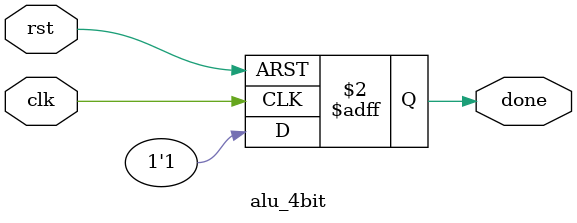
<source format=v>

module alu_4bit(input clk, input rst, output reg done);
    always @(posedge clk or posedge rst) begin
        if (rst)
            done <= 0;
        else
            done <= 1;
    end
endmodule

</source>
